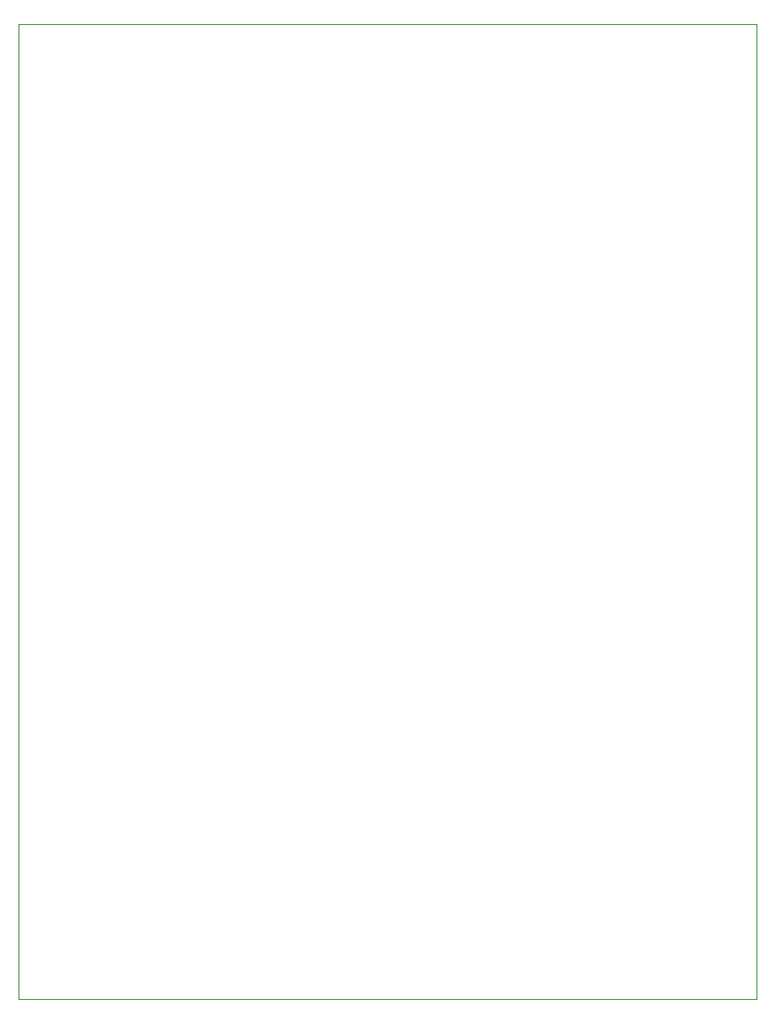
<source format=gbr>
G04 #@! TF.GenerationSoftware,KiCad,Pcbnew,5.1.1*
G04 #@! TF.CreationDate,2019-05-21T09:35:37+02:00*
G04 #@! TF.ProjectId,lunchbox-adapter,6c756e63-6862-46f7-982d-616461707465,rev?*
G04 #@! TF.SameCoordinates,PX6d20478PY83c6600*
G04 #@! TF.FileFunction,Profile,NP*
%FSLAX46Y46*%
G04 Gerber Fmt 4.6, Leading zero omitted, Abs format (unit mm)*
G04 Created by KiCad (PCBNEW 5.1.1) date 2019-05-21 09:35:37*
%MOMM*%
%LPD*%
G04 APERTURE LIST*
%ADD10C,0.050000*%
G04 APERTURE END LIST*
D10*
X0Y0D02*
X0Y89154000D01*
X67564000Y0D02*
X0Y0D01*
X67564000Y89154000D02*
X67564000Y0D01*
X0Y89154000D02*
X67564000Y89154000D01*
M02*

</source>
